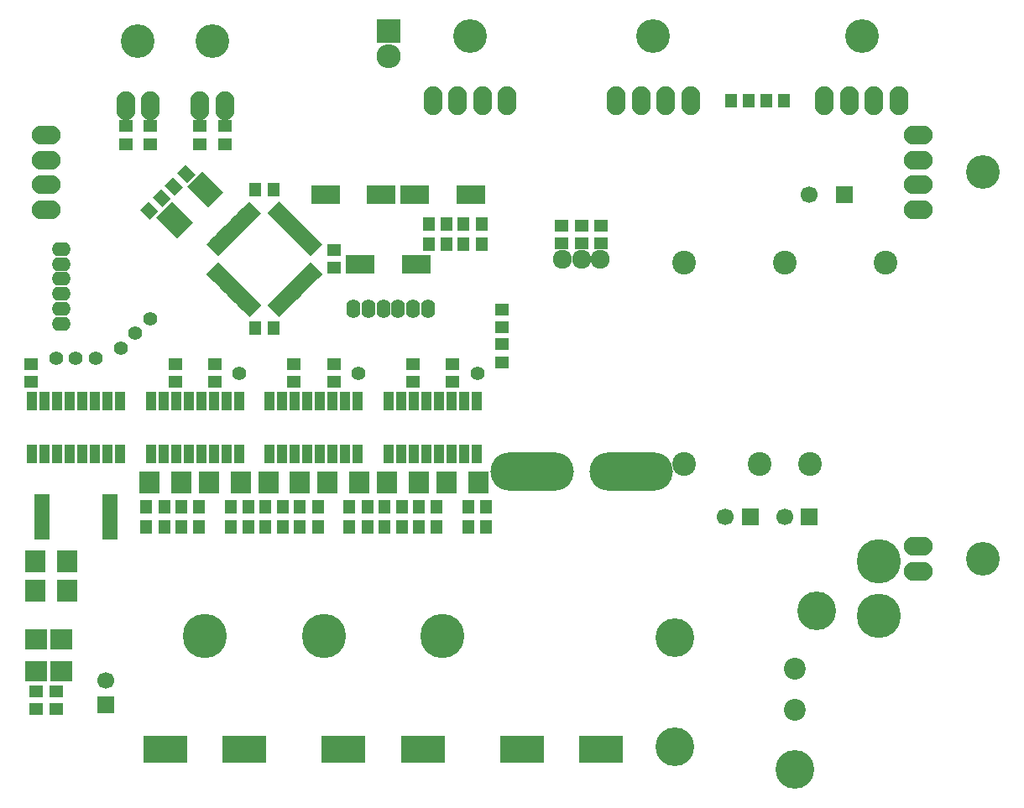
<source format=gbr>
G04 #@! TF.FileFunction,Soldermask,Top*
%FSLAX46Y46*%
G04 Gerber Fmt 4.6, Leading zero omitted, Abs format (unit mm)*
G04 Created by KiCad (PCBNEW 4.0.6) date 04/10/17 19:15:21*
%MOMM*%
%LPD*%
G01*
G04 APERTURE LIST*
%ADD10C,0.100000*%
%ADD11C,2.400000*%
%ADD12R,2.200000X2.000000*%
%ADD13R,1.400000X1.200000*%
%ADD14R,2.000000X2.200000*%
%ADD15R,1.200000X1.400000*%
%ADD16R,4.400500X2.800300*%
%ADD17R,1.000000X1.900000*%
%ADD18O,1.400000X1.924000*%
%ADD19O,1.924000X1.400000*%
%ADD20C,4.464000*%
%ADD21R,3.000000X1.900000*%
%ADD22C,1.924000*%
%ADD23O,8.400000X3.900000*%
%ADD24R,1.600000X0.800000*%
%ADD25C,1.700000*%
%ADD26R,1.700000X1.700000*%
%ADD27R,2.432000X2.432000*%
%ADD28O,2.432000X2.432000*%
%ADD29C,1.400000*%
%ADD30C,3.900000*%
%ADD31C,2.200000*%
%ADD32O,1.900000X2.900000*%
%ADD33C,3.400000*%
%ADD34O,2.900000X1.900000*%
G04 APERTURE END LIST*
D10*
D11*
X80040000Y-45660000D03*
X74960000Y-45660000D03*
X67340000Y-45660000D03*
X67340000Y-25340000D03*
X77500000Y-25340000D03*
X87660000Y-25340000D03*
D12*
X2000000Y-63400000D03*
X2000000Y-66600000D03*
D10*
G36*
X15934315Y-18555635D02*
X14944365Y-17565685D01*
X15792893Y-16717157D01*
X16782843Y-17707107D01*
X15934315Y-18555635D01*
X15934315Y-18555635D01*
G37*
G36*
X17207107Y-17282843D02*
X16217157Y-16292893D01*
X17065685Y-15444365D01*
X18055635Y-16434315D01*
X17207107Y-17282843D01*
X17207107Y-17282843D01*
G37*
G36*
X14565685Y-17944365D02*
X15555635Y-18934315D01*
X14707107Y-19782843D01*
X13717157Y-18792893D01*
X14565685Y-17944365D01*
X14565685Y-17944365D01*
G37*
G36*
X13292893Y-19217157D02*
X14282843Y-20207107D01*
X13434315Y-21055635D01*
X12444365Y-20065685D01*
X13292893Y-19217157D01*
X13292893Y-19217157D01*
G37*
D13*
X20000000Y-37400000D03*
X20000000Y-35600000D03*
X44000000Y-37400000D03*
X44000000Y-35600000D03*
D14*
X34600000Y-47500000D03*
X31400000Y-47500000D03*
X28600000Y-47500000D03*
X25400000Y-47500000D03*
D12*
X4500000Y-63400000D03*
X4500000Y-66600000D03*
D14*
X1900000Y-58500000D03*
X5100000Y-58500000D03*
D15*
X26900000Y-50000000D03*
X25100000Y-50000000D03*
X14900000Y-50000000D03*
X13100000Y-50000000D03*
X38900000Y-50000000D03*
X37100000Y-50000000D03*
D13*
X28000000Y-37400000D03*
X28000000Y-35600000D03*
X16000000Y-37400000D03*
X16000000Y-35600000D03*
X40000000Y-37400000D03*
X40000000Y-35600000D03*
X55000000Y-23400000D03*
X55000000Y-21600000D03*
D15*
X25100000Y-52000000D03*
X26900000Y-52000000D03*
D10*
G36*
X18772792Y-16105887D02*
X20894113Y-18227208D01*
X19338478Y-19782843D01*
X17217157Y-17661522D01*
X18772792Y-16105887D01*
X18772792Y-16105887D01*
G37*
G36*
X15661522Y-19217157D02*
X17782843Y-21338478D01*
X16227208Y-22894113D01*
X14105887Y-20772792D01*
X15661522Y-19217157D01*
X15661522Y-19217157D01*
G37*
D15*
X13100000Y-52000000D03*
X14900000Y-52000000D03*
X37100000Y-52000000D03*
X38900000Y-52000000D03*
D13*
X32000000Y-37400000D03*
X32000000Y-35600000D03*
X57000000Y-21600000D03*
X57000000Y-23400000D03*
D14*
X22600000Y-47500000D03*
X19400000Y-47500000D03*
X16600000Y-47500000D03*
X13400000Y-47500000D03*
X46600000Y-47500000D03*
X43400000Y-47500000D03*
X40600000Y-47500000D03*
X37400000Y-47500000D03*
X1900000Y-55500000D03*
X5100000Y-55500000D03*
D16*
X14999500Y-74500000D03*
X23000500Y-74500000D03*
X32999500Y-74500000D03*
X41000500Y-74500000D03*
D15*
X33600000Y-50000000D03*
X35400000Y-50000000D03*
X28600000Y-50000000D03*
X30400000Y-50000000D03*
X21600000Y-50000000D03*
X23400000Y-50000000D03*
X16600000Y-50000000D03*
X18400000Y-50000000D03*
X45600000Y-50000000D03*
X47400000Y-50000000D03*
X40600000Y-50000000D03*
X42400000Y-50000000D03*
D17*
X1555000Y-44700000D03*
X2825000Y-44700000D03*
X4095000Y-44700000D03*
X5365000Y-44700000D03*
X6635000Y-44700000D03*
X7905000Y-44700000D03*
X9175000Y-44700000D03*
X10445000Y-44700000D03*
X10445000Y-39300000D03*
X9175000Y-39300000D03*
X7905000Y-39300000D03*
X6635000Y-39300000D03*
X5365000Y-39300000D03*
X4095000Y-39300000D03*
X2825000Y-39300000D03*
X1555000Y-39300000D03*
D18*
X41500000Y-30000000D03*
X40000000Y-30000000D03*
X38500000Y-30000000D03*
X37000000Y-30000000D03*
X35500000Y-30000000D03*
X34000000Y-30000000D03*
D19*
X4500000Y-24000000D03*
X4500000Y-25500000D03*
X4500000Y-27000000D03*
X4500000Y-28500000D03*
X4500000Y-30000000D03*
X4500000Y-31500000D03*
D20*
X31000000Y-63000000D03*
X19000000Y-63000000D03*
X43000000Y-63000000D03*
D15*
X33600000Y-52000000D03*
X35400000Y-52000000D03*
X28600000Y-52000000D03*
X30400000Y-52000000D03*
X21600000Y-52000000D03*
X23400000Y-52000000D03*
X16600000Y-52000000D03*
X18400000Y-52000000D03*
X45600000Y-52000000D03*
X47400000Y-52000000D03*
X40600000Y-52000000D03*
X42400000Y-52000000D03*
D21*
X40300000Y-25500000D03*
X34700000Y-25500000D03*
D10*
G36*
X23037779Y-19608311D02*
X23497398Y-19148692D01*
X24699479Y-20350773D01*
X24239860Y-20810392D01*
X23037779Y-19608311D01*
X23037779Y-19608311D01*
G37*
G36*
X22684226Y-19961864D02*
X23143845Y-19502245D01*
X24345926Y-20704326D01*
X23886307Y-21163945D01*
X22684226Y-19961864D01*
X22684226Y-19961864D01*
G37*
G36*
X22330672Y-20315418D02*
X22790291Y-19855799D01*
X23992372Y-21057880D01*
X23532753Y-21517499D01*
X22330672Y-20315418D01*
X22330672Y-20315418D01*
G37*
G36*
X21977119Y-20668971D02*
X22436738Y-20209352D01*
X23638819Y-21411433D01*
X23179200Y-21871052D01*
X21977119Y-20668971D01*
X21977119Y-20668971D01*
G37*
G36*
X21623566Y-21022524D02*
X22083185Y-20562905D01*
X23285266Y-21764986D01*
X22825647Y-22224605D01*
X21623566Y-21022524D01*
X21623566Y-21022524D01*
G37*
G36*
X21270012Y-21376078D02*
X21729631Y-20916459D01*
X22931712Y-22118540D01*
X22472093Y-22578159D01*
X21270012Y-21376078D01*
X21270012Y-21376078D01*
G37*
G36*
X20916459Y-21729631D02*
X21376078Y-21270012D01*
X22578159Y-22472093D01*
X22118540Y-22931712D01*
X20916459Y-21729631D01*
X20916459Y-21729631D01*
G37*
G36*
X20562905Y-22083185D02*
X21022524Y-21623566D01*
X22224605Y-22825647D01*
X21764986Y-23285266D01*
X20562905Y-22083185D01*
X20562905Y-22083185D01*
G37*
G36*
X20209352Y-22436738D02*
X20668971Y-21977119D01*
X21871052Y-23179200D01*
X21411433Y-23638819D01*
X20209352Y-22436738D01*
X20209352Y-22436738D01*
G37*
G36*
X19855799Y-22790291D02*
X20315418Y-22330672D01*
X21517499Y-23532753D01*
X21057880Y-23992372D01*
X19855799Y-22790291D01*
X19855799Y-22790291D01*
G37*
G36*
X19502245Y-23143845D02*
X19961864Y-22684226D01*
X21163945Y-23886307D01*
X20704326Y-24345926D01*
X19502245Y-23143845D01*
X19502245Y-23143845D01*
G37*
G36*
X19148692Y-23497398D02*
X19608311Y-23037779D01*
X20810392Y-24239860D01*
X20350773Y-24699479D01*
X19148692Y-23497398D01*
X19148692Y-23497398D01*
G37*
G36*
X19608311Y-26962221D02*
X19148692Y-26502602D01*
X20350773Y-25300521D01*
X20810392Y-25760140D01*
X19608311Y-26962221D01*
X19608311Y-26962221D01*
G37*
G36*
X19961864Y-27315774D02*
X19502245Y-26856155D01*
X20704326Y-25654074D01*
X21163945Y-26113693D01*
X19961864Y-27315774D01*
X19961864Y-27315774D01*
G37*
G36*
X20315418Y-27669328D02*
X19855799Y-27209709D01*
X21057880Y-26007628D01*
X21517499Y-26467247D01*
X20315418Y-27669328D01*
X20315418Y-27669328D01*
G37*
G36*
X20668971Y-28022881D02*
X20209352Y-27563262D01*
X21411433Y-26361181D01*
X21871052Y-26820800D01*
X20668971Y-28022881D01*
X20668971Y-28022881D01*
G37*
G36*
X21022524Y-28376434D02*
X20562905Y-27916815D01*
X21764986Y-26714734D01*
X22224605Y-27174353D01*
X21022524Y-28376434D01*
X21022524Y-28376434D01*
G37*
G36*
X21376078Y-28729988D02*
X20916459Y-28270369D01*
X22118540Y-27068288D01*
X22578159Y-27527907D01*
X21376078Y-28729988D01*
X21376078Y-28729988D01*
G37*
G36*
X21729631Y-29083541D02*
X21270012Y-28623922D01*
X22472093Y-27421841D01*
X22931712Y-27881460D01*
X21729631Y-29083541D01*
X21729631Y-29083541D01*
G37*
G36*
X22083185Y-29437095D02*
X21623566Y-28977476D01*
X22825647Y-27775395D01*
X23285266Y-28235014D01*
X22083185Y-29437095D01*
X22083185Y-29437095D01*
G37*
G36*
X22436738Y-29790648D02*
X21977119Y-29331029D01*
X23179200Y-28128948D01*
X23638819Y-28588567D01*
X22436738Y-29790648D01*
X22436738Y-29790648D01*
G37*
G36*
X22790291Y-30144201D02*
X22330672Y-29684582D01*
X23532753Y-28482501D01*
X23992372Y-28942120D01*
X22790291Y-30144201D01*
X22790291Y-30144201D01*
G37*
G36*
X23143845Y-30497755D02*
X22684226Y-30038136D01*
X23886307Y-28836055D01*
X24345926Y-29295674D01*
X23143845Y-30497755D01*
X23143845Y-30497755D01*
G37*
G36*
X23497398Y-30851308D02*
X23037779Y-30391689D01*
X24239860Y-29189608D01*
X24699479Y-29649227D01*
X23497398Y-30851308D01*
X23497398Y-30851308D01*
G37*
G36*
X25300521Y-29649227D02*
X25760140Y-29189608D01*
X26962221Y-30391689D01*
X26502602Y-30851308D01*
X25300521Y-29649227D01*
X25300521Y-29649227D01*
G37*
G36*
X25654074Y-29295674D02*
X26113693Y-28836055D01*
X27315774Y-30038136D01*
X26856155Y-30497755D01*
X25654074Y-29295674D01*
X25654074Y-29295674D01*
G37*
G36*
X26007628Y-28942120D02*
X26467247Y-28482501D01*
X27669328Y-29684582D01*
X27209709Y-30144201D01*
X26007628Y-28942120D01*
X26007628Y-28942120D01*
G37*
G36*
X26361181Y-28588567D02*
X26820800Y-28128948D01*
X28022881Y-29331029D01*
X27563262Y-29790648D01*
X26361181Y-28588567D01*
X26361181Y-28588567D01*
G37*
G36*
X26714734Y-28235014D02*
X27174353Y-27775395D01*
X28376434Y-28977476D01*
X27916815Y-29437095D01*
X26714734Y-28235014D01*
X26714734Y-28235014D01*
G37*
G36*
X27068288Y-27881460D02*
X27527907Y-27421841D01*
X28729988Y-28623922D01*
X28270369Y-29083541D01*
X27068288Y-27881460D01*
X27068288Y-27881460D01*
G37*
G36*
X27421841Y-27527907D02*
X27881460Y-27068288D01*
X29083541Y-28270369D01*
X28623922Y-28729988D01*
X27421841Y-27527907D01*
X27421841Y-27527907D01*
G37*
G36*
X27775395Y-27174353D02*
X28235014Y-26714734D01*
X29437095Y-27916815D01*
X28977476Y-28376434D01*
X27775395Y-27174353D01*
X27775395Y-27174353D01*
G37*
G36*
X28128948Y-26820800D02*
X28588567Y-26361181D01*
X29790648Y-27563262D01*
X29331029Y-28022881D01*
X28128948Y-26820800D01*
X28128948Y-26820800D01*
G37*
G36*
X28482501Y-26467247D02*
X28942120Y-26007628D01*
X30144201Y-27209709D01*
X29684582Y-27669328D01*
X28482501Y-26467247D01*
X28482501Y-26467247D01*
G37*
G36*
X28836055Y-26113693D02*
X29295674Y-25654074D01*
X30497755Y-26856155D01*
X30038136Y-27315774D01*
X28836055Y-26113693D01*
X28836055Y-26113693D01*
G37*
G36*
X29189608Y-25760140D02*
X29649227Y-25300521D01*
X30851308Y-26502602D01*
X30391689Y-26962221D01*
X29189608Y-25760140D01*
X29189608Y-25760140D01*
G37*
G36*
X29649227Y-24699479D02*
X29189608Y-24239860D01*
X30391689Y-23037779D01*
X30851308Y-23497398D01*
X29649227Y-24699479D01*
X29649227Y-24699479D01*
G37*
G36*
X29295674Y-24345926D02*
X28836055Y-23886307D01*
X30038136Y-22684226D01*
X30497755Y-23143845D01*
X29295674Y-24345926D01*
X29295674Y-24345926D01*
G37*
G36*
X28942120Y-23992372D02*
X28482501Y-23532753D01*
X29684582Y-22330672D01*
X30144201Y-22790291D01*
X28942120Y-23992372D01*
X28942120Y-23992372D01*
G37*
G36*
X28588567Y-23638819D02*
X28128948Y-23179200D01*
X29331029Y-21977119D01*
X29790648Y-22436738D01*
X28588567Y-23638819D01*
X28588567Y-23638819D01*
G37*
G36*
X28235014Y-23285266D02*
X27775395Y-22825647D01*
X28977476Y-21623566D01*
X29437095Y-22083185D01*
X28235014Y-23285266D01*
X28235014Y-23285266D01*
G37*
G36*
X27881460Y-22931712D02*
X27421841Y-22472093D01*
X28623922Y-21270012D01*
X29083541Y-21729631D01*
X27881460Y-22931712D01*
X27881460Y-22931712D01*
G37*
G36*
X27527907Y-22578159D02*
X27068288Y-22118540D01*
X28270369Y-20916459D01*
X28729988Y-21376078D01*
X27527907Y-22578159D01*
X27527907Y-22578159D01*
G37*
G36*
X27174353Y-22224605D02*
X26714734Y-21764986D01*
X27916815Y-20562905D01*
X28376434Y-21022524D01*
X27174353Y-22224605D01*
X27174353Y-22224605D01*
G37*
G36*
X26820800Y-21871052D02*
X26361181Y-21411433D01*
X27563262Y-20209352D01*
X28022881Y-20668971D01*
X26820800Y-21871052D01*
X26820800Y-21871052D01*
G37*
G36*
X26467247Y-21517499D02*
X26007628Y-21057880D01*
X27209709Y-19855799D01*
X27669328Y-20315418D01*
X26467247Y-21517499D01*
X26467247Y-21517499D01*
G37*
G36*
X26113693Y-21163945D02*
X25654074Y-20704326D01*
X26856155Y-19502245D01*
X27315774Y-19961864D01*
X26113693Y-21163945D01*
X26113693Y-21163945D01*
G37*
G36*
X25760140Y-20810392D02*
X25300521Y-20350773D01*
X26502602Y-19148692D01*
X26962221Y-19608311D01*
X25760140Y-20810392D01*
X25760140Y-20810392D01*
G37*
D22*
X58910000Y-25000000D03*
X57000000Y-25000000D03*
X55090000Y-25000000D03*
D23*
X52000000Y-46400000D03*
X62000000Y-46400000D03*
D17*
X34445000Y-39300000D03*
X33175000Y-39300000D03*
X31905000Y-39300000D03*
X30635000Y-39300000D03*
X29365000Y-39300000D03*
X28095000Y-39300000D03*
X26825000Y-39300000D03*
X25555000Y-39300000D03*
X25555000Y-44700000D03*
X26825000Y-44700000D03*
X28095000Y-44700000D03*
X29365000Y-44700000D03*
X30635000Y-44700000D03*
X31905000Y-44700000D03*
X33175000Y-44700000D03*
X34445000Y-44700000D03*
X22445000Y-39300000D03*
X21175000Y-39300000D03*
X19905000Y-39300000D03*
X18635000Y-39300000D03*
X17365000Y-39300000D03*
X16095000Y-39300000D03*
X14825000Y-39300000D03*
X13555000Y-39300000D03*
X13555000Y-44700000D03*
X14825000Y-44700000D03*
X16095000Y-44700000D03*
X17365000Y-44700000D03*
X18635000Y-44700000D03*
X19905000Y-44700000D03*
X21175000Y-44700000D03*
X22445000Y-44700000D03*
X46445000Y-39300000D03*
X45175000Y-39300000D03*
X43905000Y-39300000D03*
X42635000Y-39300000D03*
X41365000Y-39300000D03*
X40095000Y-39300000D03*
X38825000Y-39300000D03*
X37555000Y-39300000D03*
X37555000Y-44700000D03*
X38825000Y-44700000D03*
X40095000Y-44700000D03*
X41365000Y-44700000D03*
X42635000Y-44700000D03*
X43905000Y-44700000D03*
X45175000Y-44700000D03*
X46445000Y-44700000D03*
D24*
X2550000Y-49050000D03*
X2550000Y-49700000D03*
X2550000Y-50350000D03*
X2550000Y-51000000D03*
X2550000Y-51650000D03*
X2550000Y-52300000D03*
X2550000Y-52950000D03*
X9450000Y-52950000D03*
X9450000Y-52300000D03*
X9450000Y-51650000D03*
X9450000Y-51000000D03*
X9450000Y-50350000D03*
X9450000Y-49700000D03*
X9450000Y-49050000D03*
D25*
X9000000Y-67500000D03*
D26*
X9000000Y-70000000D03*
D27*
X37500000Y-2000000D03*
D28*
X37500000Y-4540000D03*
D21*
X45800000Y-18500000D03*
X40200000Y-18500000D03*
X36800000Y-18500000D03*
X31200000Y-18500000D03*
D13*
X49000000Y-31900000D03*
X49000000Y-30100000D03*
D15*
X45100000Y-21500000D03*
X46900000Y-21500000D03*
X45100000Y-23500000D03*
X46900000Y-23500000D03*
D13*
X1500000Y-37400000D03*
X1500000Y-35600000D03*
D15*
X25900000Y-32000000D03*
X24100000Y-32000000D03*
X24100000Y-18000000D03*
X25900000Y-18000000D03*
D13*
X32000000Y-24100000D03*
X32000000Y-25900000D03*
D15*
X75600000Y-9000000D03*
X77400000Y-9000000D03*
D13*
X4000000Y-70400000D03*
X4000000Y-68600000D03*
D29*
X13500000Y-31000000D03*
X12000000Y-32500000D03*
X10500000Y-34000000D03*
X4000000Y-35000000D03*
X6000000Y-35000000D03*
X8000000Y-35000000D03*
X34500000Y-36500000D03*
X22500000Y-36500000D03*
X46500000Y-36500000D03*
D20*
X87000000Y-55500000D03*
X87000000Y-61000000D03*
D30*
X78500000Y-76500000D03*
D31*
X78500000Y-66300000D03*
X78500000Y-70500000D03*
D30*
X80700000Y-60500000D03*
X66400000Y-74200000D03*
X66400000Y-63200000D03*
D13*
X13500000Y-11600000D03*
X13500000Y-13400000D03*
X21000000Y-11600000D03*
X21000000Y-13400000D03*
X49000000Y-35400000D03*
X49000000Y-33600000D03*
D15*
X41600000Y-21500000D03*
X43400000Y-21500000D03*
X41600000Y-23500000D03*
X43400000Y-23500000D03*
X72100000Y-9000000D03*
X73900000Y-9000000D03*
D13*
X2000000Y-68600000D03*
X2000000Y-70400000D03*
X11000000Y-13400000D03*
X11000000Y-11600000D03*
X18500000Y-13400000D03*
X18500000Y-11600000D03*
D32*
X89000000Y-9000000D03*
X86500000Y-9000000D03*
X84000000Y-9000000D03*
X81500000Y-9000000D03*
D33*
X85250000Y-2500000D03*
D34*
X91000000Y-56500000D03*
X91000000Y-54000000D03*
D33*
X97500000Y-55250000D03*
D25*
X80000000Y-18500000D03*
D26*
X83500000Y-18500000D03*
X80000000Y-51000000D03*
D25*
X77500000Y-51000000D03*
D26*
X74000000Y-51000000D03*
D25*
X71500000Y-51000000D03*
D32*
X49500000Y-9000000D03*
X47000000Y-9000000D03*
X44500000Y-9000000D03*
X42000000Y-9000000D03*
D33*
X45750000Y-2500000D03*
D32*
X68000000Y-9000000D03*
X65500000Y-9000000D03*
X63000000Y-9000000D03*
X60500000Y-9000000D03*
D33*
X64250000Y-2500000D03*
D34*
X91000000Y-20000000D03*
X91000000Y-17500000D03*
X91000000Y-15000000D03*
X91000000Y-12500000D03*
D33*
X97500000Y-16250000D03*
D34*
X3000000Y-12500000D03*
X3000000Y-15000000D03*
X3000000Y-17500000D03*
X3000000Y-20000000D03*
D13*
X59000000Y-23400000D03*
X59000000Y-21600000D03*
D32*
X13500000Y-9500000D03*
X11000000Y-9500000D03*
D33*
X12250000Y-3000000D03*
D32*
X21000000Y-9500000D03*
X18500000Y-9500000D03*
D33*
X19750000Y-3000000D03*
D16*
X50999500Y-74500000D03*
X59000500Y-74500000D03*
M02*

</source>
